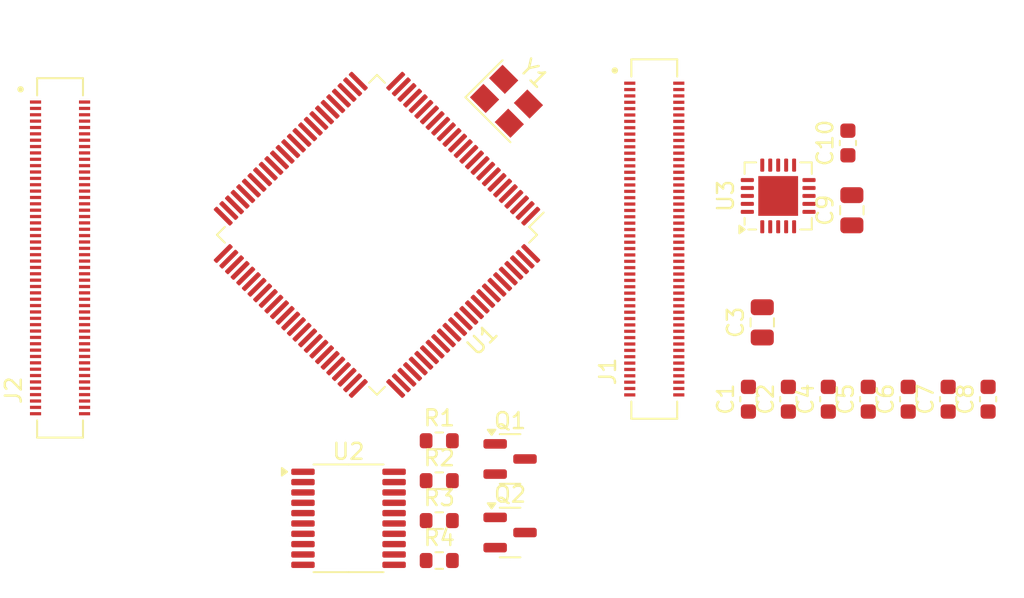
<source format=kicad_pcb>
(kicad_pcb (version 20240108) (generator "pcbnew") (generator_version "8.0")
  (layers (0 "F.Cu" signal) (1 "In1.Cu" signal) (2 "In2.Cu" signal) (31 "B.Cu" signal) (34 "B.Paste" user) (35 "F.Paste" user) (36 "B.SilkS" user "B.Silkscreen") (37 "F.SilkS" user "F.Silkscreen") (38 "B.Mask" user) (39 "F.Mask" user) (44 "Edge.Cuts" user))
  (net 0 "")
  (net 2 "/connectorLeft/USB_HOST_OUT_P-")
  (net 4 "GND")
  (net 5 "/atmega2560/MOSI")
  (net 6 "/connectorLeft/USB_HOST_OUT_P+")
  (net 12 "/atmega2560/SCK")
  (net 15 "/atmega2560/MISO")
  (net 27 "/connectorLeft/CAN_SILENT")
  (net 34 "/connectorLeft/CAN_OUT_RX1")
  (net 42 "/connectorLeft/USB_DP")
  (net 43 "/connectorLeft/USB_HOST_ENABLE")
  (net 44 "/connectorLeft/USB_DM")
  (net 47 "/connectorLeft/CAN_OUT_TX1")
  (net 52 "/connectorLeft/USB_HOST_FAULT")
  (net 54 "/connectorLeft/CAN_EN")
  (net 62 "Net-(U3-TXD)")
  (net 63 "Net-(U3-RXD)")
  (net 79 "+3V3")
  (net 80 "+5V")
  (net 81 "/connectorRight/MCU_VREF")
  (net 88 "Net-(Q1-B)")
  (net 89 "/usbBridge/RTS")
  (net 90 "Net-(Q2-B)")
  (net 91 "/usbBridge/DTR")
  (net 92 "/usbBridge/USB_BOOT")
  (net 93 "/atmega2560/DIGITAL_BUTTON_IN_3")
  (net 94 "/atmega2560/DIGITAL_RGB_R")
  (net 95 "/atmega2560/SPI_TFT_DC")
  (net 96 "/atmega2560/MCU_GPIO_12")
  (net 97 "/atmega2560/MCU_GPIO_3")
  (net 98 "/atmega2560/SPI_IRQ_NFC")
  (net 99 "/atmega2560/DIGITAL_BUTTON_IN_2")
  (net 100 "/atmega2560/MCU_GPIO_4")
  (net 101 "/atmega2560/MCU_GPIO_6")
  (net 102 "/atmega2560/SERIAL_OUT_RX1")
  (net 103 "/atmega2560/MCU_GPIO_20")
  (net 104 "/atmega2560/SD_CS")
  (net 105 "/atmega2560/DIGITAL_NEOPIXEL_OUT")
  (net 106 "/atmega2560/ANALOG_MICROPHONE")
  (net 107 "/atmega2560/DIGITAL_BUZZER_OUT")
  (net 108 "/atmega2560/I2C_INTERRUPT_KEYPAD")
  (net 109 "/atmega2560/MCU_GPIO_27")
  (net 110 "/atmega2560/MCU_GPIO_10")
  (net 111 "/atmega2560/SD_EN")
  (net 112 "/atmega2560/I2C_SDA")
  (net 113 "/atmega2560/MOTOR_PWM_OUT_2")
  (net 114 "/atmega2560/MCU_GPIO_13")
  (net 115 "/atmega2560/I2C_INTERRUPT_ACCEL")
  (net 116 "/atmega2560/ANALOG_POTENTIOMETER")
  (net 117 "/atmega2560/MCU_GPIO_2")
  (net 118 "/atmega2560/DIGITAL_BUTTON_IN_1")
  (net 119 "/atmega2560/SERIAL_OUT_TX1")
  (net 120 "/atmega2560/SERIAL_OUT_TX2")
  (net 121 "/atmega2560/MCU_GPIO_19")
  (net 122 "/atmega2560/MCU_GPIO_8")
  (net 123 "/atmega2560/SPI_CS_BREAKOUT")
  (net 124 "/atmega2560/MCU_GPIO_15")
  (net 125 "/atmega2560/MCU_GPIO_14")
  (net 126 "/atmega2560/ANALOG_BREAKOUT_PT100")
  (net 127 "/atmega2560/DIGITAL_BUTTON_IN_0")
  (net 128 "/atmega2560/MCU_GPIO_16")
  (net 129 "/atmega2560/DIGITAL_LED_OUT_2")
  (net 130 "/atmega2560/MCU_GPIO_17")
  (net 131 "/atmega2560/SPI_CS_SEVENSEG")
  (net 132 "/atmega2560/MCU_GPIO_26")
  (net 133 "/atmega2560/SD_DET")
  (net 134 "/atmega2560/DIGITAL_HEATER_OUT")
  (net 135 "/atmega2560/MCU_GPIO_9")
  (net 136 "/atmega2560/MCU_RESET")
  (net 137 "/atmega2560/MCU_GPIO_11")
  (net 138 "Net-(U1-XTAL2)")
  (net 139 "/atmega2560/DIGITAL_RGB_B")
  (net 140 "Net-(U1-XTAL1)")
  (net 141 "/atmega2560/DIGITAL_IR_RECEIVER")
  (net 142 "/atmega2560/SPI_CS_NFC")
  (net 143 "/atmega2560/MCU_GPIO_7")
  (net 144 "/atmega2560/ANALOG_PHOTOTRANSISTOR")
  (net 145 "/atmega2560/MCU_GPIO_21")
  (net 146 "/atmega2560/USB_TX")
  (net 147 "/atmega2560/DIGITAL_LED_OUT_1")
  (net 148 "/atmega2560/SPI_TFT_RESET")
  (net 149 "/atmega2560/DIGITAL_RGB_G")
  (net 150 "/atmega2560/ANALOG_BREAKOUT_PIEZO")
  (net 151 "/atmega2560/DIGITAL_LED_OUT_0")
  (net 152 "/atmega2560/MOTOR_CC_IN_1")
  (net 153 "/atmega2560/I2C_SCL")
  (net 154 "/atmega2560/SPI_CS_TFT")
  (net 155 "/atmega2560/MCU_GPIO_22")
  (net 156 "/atmega2560/MCU_GPIO_18")
  (net 157 "/atmega2560/SERIAL_OUT_RX2")
  (net 158 "/atmega2560/ANALOG_JOYSTICK_Y")
  (net 159 "/atmega2560/MCU_GPIO_5")
  (net 160 "/atmega2560/ANALOG_JOYSTICK_X")
  (net 161 "/atmega2560/MCU_GPIO_24")
  (net 162 "/atmega2560/MOTOR_CC_IN_2")
  (net 163 "/atmega2560/MCU_GPIO_23")
  (net 164 "/atmega2560/USB_RX")
  (net 165 "/atmega2560/DIGITAL_IR_EMITTER")
  (net 166 "/atmega2560/SPI_RST_NFC")
  (net 167 "/atmega2560/ANALOG_HEATER_TEMPERATURE")
  (net 168 "/atmega2560/MCU_GPIO_25")
  (net 169 "/atmega2560/MOTOR_PWM_OUT_1")
  (net 170 "+3.3V")
  (net 171 "/atmega2560/SD_DAT1")
  (net 172 "/atmega2560/SD_Enable")
  (net 173 "/atmega2560/SD_DAT0")
  (net 174 "/atmega2560/SD_DAT3")
  (net 175 "/atmega2560/SD_CLK")
  (net 176 "/atmega2560/SD_CMD")
  (net 177 "/atmega2560/SD_DAT2")
  (footprint "Package_TO_SOT_SMD:SOT-23" (layer "F.Cu") (at 125.275 91.77)
    (property "Reference" "Q2" (at 0 -2.4 0) (layer "F.SilkS"))
    (property "Value" "BC850")
    (pad "1" smd roundrect (at -0.9375 -0.95) (size 1.475 0.6) (layers "F.Cu" "F.Paste" "F.Mask") (net 90 "Net-(Q2-B)"))
    (pad "2" smd roundrect (at -0.9375 0.95) (size 1.475 0.6) (layers "F.Cu" "F.Paste" "F.Mask") (net 91 "/usbBridge/DTR"))
    (pad "3" smd roundrect (at 0.9375 0) (size 1.475 0.6) (layers "F.Cu" "F.Paste" "F.Mask") (net 92 "/usbBridge/USB_BOOT"))
  )
  (footprint "Capacitor_SMD:C_0603_1608Metric" (layer "F.Cu") (at 155.31 83.385 90)
    (property "Reference" "C8" (at 0 -1.43 90) (layer "F.SilkS"))
    (property "Value" "100nF")
    (pad "1" smd roundrect (at -0.775 0 90) (size 0.9 0.95) (layers "F.Cu" "F.Paste" "F.Mask") (net 80 "+5V"))
    (pad "2" smd roundrect (at 0.775 0 90) (size 0.9 0.95) (layers "F.Cu" "F.Paste" "F.Mask") (net 4 "GND"))
  )
  (footprint "Capacitor_SMD:C_0805_2012Metric" (layer "F.Cu") (at 146.75 71.505 90)
    (property "Reference" "C9" (at 0 -1.68 90) (layer "F.SilkS"))
    (property "Value" "10uF")
    (pad "1" smd roundrect (at -0.95 0 90) (size 1 1.45) (layers "F.Cu" "F.Paste" "F.Mask") (net 80 "+5V"))
    (pad "2" smd roundrect (at 0.95 0 90) (size 1 1.45) (layers "F.Cu" "F.Paste" "F.Mask") (net 4 "GND"))
  )
  (footprint "Package_QFP:TQFP-100_14x14mm_P0.5mm" (layer "F.Cu") (at 116.9125 73.05 -135)
    (property "Reference" "U1" (at 0 -9.349999 45) (layer "F.SilkS"))
    (property "Value" "ATmega2560-16A")
    (pad "1" smd roundrect (at -7.6625 -6 225) (size 1.475 0.3) (layers "F.Cu" "F.Paste" "F.Mask") (net 129 "/atmega2560/DIGITAL_LED_OUT_2"))
    (pad "2" smd roundrect (at -7.6625 -5.5 225) (size 1.475 0.3) (layers "F.Cu" "F.Paste" "F.Mask") (net 141 "/atmega2560/DIGITAL_IR_RECEIVER"))
    (pad "3" smd roundrect (at -7.6625 -5 225) (size 1.475 0.3) (layers "F.Cu" "F.Paste" "F.Mask") (net 165 "/atmega2560/DIGITAL_IR_EMITTER"))
    (pad "4" smd roundrect (at -7.6625 -4.5 225) (size 1.475 0.3) (layers "F.Cu" "F.Paste" "F.Mask"))
    (pad "5" smd roundrect (at -7.6625 -4 225) (size 1.475 0.3) (layers "F.Cu" "F.Paste" "F.Mask") (net 107 "/atmega2560/DIGITAL_BUZZER_OUT"))
    (pad "6" smd roundrect (at -7.6625 -3.5 225) (size 1.475 0.3) (layers "F.Cu" "F.Paste" "F.Mask") (net 134 "/atmega2560/DIGITAL_HEATER_OUT"))
    (pad "7" smd roundrect (at -7.6625 -3 225) (size 1.475 0.3) (layers "F.Cu" "F.Paste" "F.Mask") (net 115 "/atmega2560/I2C_INTERRUPT_ACCEL"))
    (pad "8" smd roundrect (at -7.6625 -2.5 225) (size 1.475 0.3) (layers "F.Cu" "F.Paste" "F.Mask") (net 108 "/atmega2560/I2C_INTERRUPT_KEYPAD"))
    (pad "9" smd roundrect (at -7.6625 -2 225) (size 1.475 0.3) (layers "F.Cu" "F.Paste" "F.Mask") (net 98 "/atmega2560/SPI_IRQ_NFC"))
    (pad "10" smd roundrect (at -7.6625 -1.5 225) (size 1.475 0.3) (layers "F.Cu" "F.Paste" "F.Mask") (net 80 "+5V"))
    (pad "11" smd roundrect (at -7.6625 -1 225) (size 1.475 0.3) (layers "F.Cu" "F.Paste" "F.Mask") (net 4 "GND"))
    (pad "12" smd roundrect (at -7.6625 -0.5 225) (size 1.475 0.3) (layers "F.Cu" "F.Paste" "F.Mask") (net 102 "/atmega2560/SERIAL_OUT_RX1"))
    (pad "13" smd roundrect (at -7.6625 0 225) (size 1.475 0.3) (layers "F.Cu" "F.Paste" "F.Mask") (net 119 "/atmega2560/SERIAL_OUT_TX1"))
    (pad "14" smd roundrect (at -7.6625 0.5 225) (size 1.475 0.3) (layers "F.Cu" "F.Paste" "F.Mask"))
    (pad "15" smd roundrect (at -7.6625 1 225) (size 1.475 0.3) (layers "F.Cu" "F.Paste" "F.Mask") (net 169 "/atmega2560/MOTOR_PWM_OUT_1"))
    (pad "16" smd roundrect (at -7.6625 1.5 225) (size 1.475 0.3) (layers "F.Cu" "F.Paste" "F.Mask") (net 113 "/atmega2560/MOTOR_PWM_OUT_2"))
    (pad "17" smd roundrect (at -7.6625 2 225) (size 1.475 0.3) (layers "F.Cu" "F.Paste" "F.Mask") (net 151 "/atmega2560/DIGITAL_LED_OUT_0"))
    (pad "18" smd roundrect (at -7.6625 2.5 225) (size 1.475 0.3) (layers "F.Cu" "F.Paste" "F.Mask") (net 147 "/atmega2560/DIGITAL_LED_OUT_1"))
    (pad "19" smd roundrect (at -7.6625 3 225) (size 1.475 0.3) (layers "F.Cu" "F.Paste" "F.Mask") (net 123 "/atmega2560/SPI_CS_BREAKOUT"))
    (pad "20" smd roundrect (at -7.6625 3.5 225) (size 1.475 0.3) (layers "F.Cu" "F.Paste" "F.Mask") (net 12 "/atmega2560/SCK"))
    (pad "21" smd roundrect (at -7.6625 4 225) (size 1.475 0.3) (layers "F.Cu" "F.Paste" "F.Mask") (net 5 "/atmega2560/MOSI"))
    (pad "22" smd roundrect (at -7.6625 4.5 225) (size 1.475 0.3) (layers "F.Cu" "F.Paste" "F.Mask") (net 15 "/atmega2560/MISO"))
    (pad "23" smd roundrect (at -7.6625 5 225) (size 1.475 0.3) (layers "F.Cu" "F.Paste" "F.Mask") (net 105 "/atmega2560/DIGITAL_NEOPIXEL_OUT"))
    (pad "24" smd roundrect (at -7.6625 5.5 225) (size 1.475 0.3) (layers "F.Cu" "F.Paste" "F.Mask") (net 94 "/atmega2560/DIGITAL_RGB_R"))
    (pad "25" smd roundrect (at -7.6625 6 225) (size 1.475 0.3) (layers "F.Cu" "F.Paste" "F.Mask") (net 149 "/atmega2560/DIGITAL_RGB_G"))
    (pad "26" smd roundrect (at -6 7.6625 225) (size 0.3 1.475) (layers "F.Cu" "F.Paste" "F.Mask") (net 139 "/atmega2560/DIGITAL_RGB_B"))
    (pad "27" smd roundrect (at -5.5 7.6625 225) (size 0.3 1.475) (layers "F.Cu" "F.Paste" "F.Mask"))
    (pad "28" smd roundrect (at -5 7.6625 225) (size 0.3 1.475) (layers "F.Cu" "F.Paste" "F.Mask") (net 152 "/atmega2560/MOTOR_CC_IN_1"))
    (pad "29" smd roundrect (at -4.5 7.6625 225) (size 0.3 1.475) (layers "F.Cu" "F.Paste" "F.Mask") (net 162 "/atmega2560/MOTOR_CC_IN_2"))
    (pad "30" smd roundrect (at -4 7.6625 225) (size 0.3 1.475) (layers "F.Cu" "F.Paste" "F.Mask") (net 136 "/atmega2560/MCU_RESET"))
    (pad "31" smd roundrect (at -3.5 7.6625 225) (size 0.3 1.475) (layers "F.Cu" "F.Paste" "F.Mask") (net 80 "+5V"))
    (pad "32" smd roundrect (at -3 7.6625 225) (size 0.3 1.475) (layers "F.Cu" "F.Paste" "F.Mask") (net 4 "GND"))
    (pad "33" smd roundrect (at -2.5 7.6625 225) (size 0.3 1.475) (layers "F.Cu" "F.Paste" "F.Mask") (net 138 "Net-(U1-XTAL2)"))
    (pad "34" smd roundrect (at -2 7.6625 225) (size 0.3 1.475) (layers "F.Cu" "F.Paste" "F.Mask") (net 140 "Net-(U1-XTAL1)"))
    (pad "35" smd roundrect (at -1.5 7.6625 225) (size 0.3 1.475) (layers "F.Cu" "F.Paste" "F.Mask") (net 117 "/atmega2560/MCU_GPIO_2"))
    (pad "36" smd roundrect (at -1 7.6625 225) (size 0.3 1.475) (layers "F.Cu" "F.Paste" "F.Mask") (net 97 "/atmega2560/MCU_GPIO_3"))
    (pad "37" smd roundrect (at -0.5 7.6625 225) (size 0.3 1.475) (layers "F.Cu" "F.Paste" "F.Mask") (net 100 "/atmega2560/MCU_GPIO_4"))
    (pad "38" smd roundrect (at 0 7.6625 225) (size 0.3 1.475) (layers "F.Cu" "F.Paste" "F.Mask") (net 159 "/atmega2560/MCU_GPIO_5"))
    (pad "39" smd roundrect (at 0.5 7.6625 225) (size 0.3 1.475) (layers "F.Cu" "F.Paste" "F.Mask") (net 101 "/atmega2560/MCU_GPIO_6"))
    (pad "40" smd roundrect (at 1 7.6625 225) (size 0.3 1.475) (layers "F.Cu" "F.Paste" "F.Mask") (net 143 "/atmega2560/MCU_GPIO_7"))
    (pad "41" smd roundrect (at 1.5 7.6625 225) (size 0.3 1.475) (layers "F.Cu" "F.Paste" "F.Mask") (net 122 "/atmega2560/MCU_GPIO_8"))
    (pad "42" smd roundrect (at 2 7.6625 225) (size 0.3 1.475) (layers "F.Cu" "F.Paste" "F.Mask") (net 135 "/atmega2560/MCU_GPIO_9"))
    (pad "43" smd roundrect (at 2.5 7.6625 225) (size 0.3 1.475) (layers "F.Cu" "F.Paste" "F.Mask") (net 153 "/atmega2560/I2C_SCL"))
    (pad "44" smd roundrect (at 3 7.6625 225) (size 0.3 1.475) (layers "F.Cu" "F.Paste" "F.Mask") (net 112 "/atmega2560/I2C_SDA"))
    (pad "45" smd roundrect (at 3.5 7.6625 225) (size 0.3 1.475) (layers "F.Cu" "F.Paste" "F.Mask") (net 164 "/atmega2560/USB_RX"))
    (pad "46" smd roundrect (at 4 7.6625 225) (size 0.3 1.475) (layers "F.Cu" "F.Paste" "F.Mask") (net 146 "/atmega2560/USB_TX"))
    (pad "47" smd roundrect (at 4.5 7.6625 225) (size 0.3 1.475) (layers "F.Cu" "F.Paste" "F.Mask") (net 127 "/atmega2560/DIGITAL_BUTTON_IN_0"))
    (pad "48" smd roundrect (at 5 7.6625 225) (size 0.3 1.475) (layers "F.Cu" "F.Paste" "F.Mask") (net 118 "/atmega2560/DIGITAL_BUTTON_IN_1"))
    (pad "49" smd roundrect (at 5.5 7.6625 225) (size 0.3 1.475) (layers "F.Cu" "F.Paste" "F.Mask") (net 99 "/atmega2560/DIGITAL_BUTTON_IN_2"))
    (pad "50" smd roundrect (at 6 7.6625 225) (size 0.3 1.475) (layers "F.Cu" "F.Paste" "F.Mask") (net 93 "/atmega2560/DIGITAL_BUTTON_IN_3"))
    (pad "51" smd roundrect (at 7.6625 6 225) (size 1.475 0.3) (layers "F.Cu" "F.Paste" "F.Mask"))
    (pad "52" smd roundrect (at 7.6625 5.5 225) (size 1.475 0.3) (layers "F.Cu" "F.Paste" "F.Mask"))
    (pad "53" smd roundrect (at 7.6625 5 225) (size 1.475 0.3) (layers "F.Cu" "F.Paste" "F.Mask") (net 131 "/atmega2560/SPI_CS_SEVENSEG"))
    (pad "54" smd roundrect (at 7.6625 4.5 225) (size 1.475 0.3) (layers "F.Cu" "F.Paste" "F.Mask") (net 154 "/atmega2560/SPI_CS_TFT"))
    (pad "55" smd roundrect (at 7.6625 4 225) (size 1.475 0.3) (layers "F.Cu" "F.Paste" "F.Mask") (net 95 "/atmega2560/SPI_TFT_DC"))
    (pad "56" smd roundrect (at 7.6625 3.5 225) (size 1.475 0.3) (layers "F.Cu" "F.Paste" "F.Mask") (net 148 "/atmega2560/SPI_TFT_RESET"))
    (pad "57" smd roundrect (at 7.6625 3 225) (size 1.475 0.3) (layers "F.Cu" "F.Paste" "F.Mask") (net 142 "/atmega2560/SPI_CS_NFC"))
    (pad "58" smd roundrect (at 7.6625 2.5 225) (size 1.475 0.3) (layers "F.Cu" "F.Paste" "F.Mask") (net 166 "/atmega2560/SPI_RST_NFC"))
    (pad "59" smd roundrect (at 7.6625 2 225) (size 1.475 0.3) (layers "F.Cu" "F.Paste" "F.Mask") (net 104 "/atmega2560/SD_CS"))
    (pad "60" smd roundrect (at 7.6625 1.5 225) (size 1.475 0.3) (layers "F.Cu" "F.Paste" "F.Mask") (net 111 "/atmega2560/SD_EN"))
    (pad "61" smd roundrect (at 7.6625 1 225) (size 1.475 0.3) (layers "F.Cu" "F.Paste" "F.Mask") (net 80 "+5V"))
    (pad "62" smd roundrect (at 7.6625 0.5 225) (size 1.475 0.3) (layers "F.Cu" "F.Paste" "F.Mask") (net 4 "GND"))
    (pad "63" smd roundrect (at 7.6625 0 225) (size 1.475 0.3) (layers "F.Cu" "F.Paste" "F.Mask") (net 157 "/atmega2560/SERIAL_OUT_RX2"))
    (pad "64" smd roundrect (at 7.6625 -0.5 225) (size 1.475 0.3) (layers "F.Cu" "F.Paste" "F.Mask") (net 120 "/atmega2560/SERIAL_OUT_TX2"))
    (pad "65" smd roundrect (at 7.6625 -1 225) (size 1.475 0.3) (layers "F.Cu" "F.Paste" "F.Mask") (net 133 "/atmega2560/SD_DET"))
    (pad "66" smd roundrect (at 7.6625 -1.5 225) (size 1.475 0.3) (layers "F.Cu" "F.Paste" "F.Mask"))
    (pad "67" smd roundrect (at 7.6625 -2 225) (size 1.475 0.3) (layers "F.Cu" "F.Paste" "F.Mask"))
    (pad "68" smd roundrect (at 7.6625 -2.5 225) (size 1.475 0.3) (layers "F.Cu" "F.Paste" "F.Mask"))
    (pad "69" smd roundrect (at 7.6625 -3 225) (size 1.475 0.3) (layers "F.Cu" "F.Paste" "F.Mask") (net 121 "/atmega2560/MCU_GPIO_19"))
    (pad "70" smd roundrect (at 7.6625 -3.5 225) (size 1.475 0.3) (layers "F.Cu" "F.Paste" "F.Mask"))
    (pad "71" smd roundrect (at 7.6625 -4 225) (size 1.475 0.3) (layers "F.Cu" "F.Paste" "F.Mask") (net 110 "/atmega2560/MCU_GPIO_10"))
    (pad "72" smd roundrect (at 7.6625 -4.5 225) (size 1.475 0.3) (layers "F.Cu" "F.Paste" "F.Mask") (net 137 "/atmega2560/MCU_GPIO_11"))
    (pad "73" smd roundrect (at 7.6625 -5 225) (size 1.475 0.3) (layers "F.Cu" "F.Paste" "F.Mask") (net 96 "/atmega2560/MCU_GPIO_12"))
    (pad "74" smd roundrect (at 7.6625 -5.5 225) (size 1.475 0.3) (layers "F.Cu" "F.Paste" "F.Mask") (net 114 "/atmega2560/MCU_GPIO_13"))
    (pad "75" smd roundrect (at 7.6625 -6 225) (size 1.475 0.3) (layers "F.Cu" "F.Paste" "F.Mask") (net 125 "/atmega2560/MCU_GPIO_14"))
    (pad "76" smd roundrect (at 6 -7.6625 225) (size 0.3 1.475) (layers "F.Cu" "F.Paste" "F.Mask") (net 124 "/atmega2560/MCU_GPIO_15"))
    (pad "77" smd roundrect (at 5.5 -7.6625 225) (size 0.3 1.475) (layers "F.Cu" "F.Paste" "F.Mask") (net 128 "/atmega2560/MCU_GPIO_16"))
    (pad "78" smd roundrect (at 5 -7.6625 225) (size 0.3 1.475) (layers "F.Cu" "F.Paste" "F.Mask") (net 130 "/atmega2560/MCU_GPIO_17"))
    (pad "79" smd roundrect (at 4.5 -7.6625 225) (size 0.3 1.475) (layers "F.Cu" "F.Paste" "F.Mask") (net 156 "/atmega2560/MCU_GPIO_18"))
    (pad "80" smd roundrect (at 4 -7.6625 225) (size 0.3 1.475) (layers "F.Cu" "F.Paste" "F.Mask") (net 80 "+5V"))
    (pad "81" smd roundrect (at 3.5 -7.6625 225) (size 0.3 1.475) (layers "F.Cu" "F.Paste" "F.Mask") (net 4 "GND"))
    (pad "82" smd roundrect (at 3 -7.6625 225) (size 0.3 1.475) (layers "F.Cu" "F.Paste" "F.Mask") (net 103 "/atmega2560/MCU_GPIO_20"))
    (pad "83" smd roundrect (at 2.5 -7.6625 225) (size 0.3 1.475) (layers "F.Cu" "F.Paste" "F.Mask") (net 145 "/atmega2560/MCU_GPIO_21"))
    (pad "84" smd roundrect (at 2 -7.6625 225) (size 0.3 1.475) (layers "F.Cu" "F.Paste" "F.Mask") (net 155 "/atmega2560/MCU_GPIO_22"))
    (pad "85" smd roundrect (at 1.5 -7.6625 225) (size 0.3 1.475) (layers "F.Cu" "F.Paste" "F.Mask") (net 163 "/atmega2560/MCU_GPIO_23"))
    (pad "86" smd roundrect (at 1 -7.6625 225) (size 0.3 1.475) (layers "F.Cu" "F.Paste" "F.Mask") (net 161 "/atmega2560/MCU_GPIO_24"))
    (pad "87" smd roundrect (at 0.5 -7.6625 225) (size 0.3 1.475) (layers "F.Cu" "F.Paste" "F.Mask") (net 168 "/atmega2560/MCU_GPIO_25"))
    (pad "88" smd roundrect (at 0 -7.6625 225) (size 0.3 1.475) (layers "F.Cu" "F.Paste" "F.Mask") (net 132 "/atmega2560/MCU_GPIO_26"))
    (pad "89" smd roundrect (at -0.5 -7.6625 225) (size 0.3 1.475) (layers "F.Cu" "F.Paste" "F.Mask") (net 109 "/atmega2560/MCU_GPIO_27"))
    (pad "90" smd roundrect (at -1 -7.6625 225) (size 0.3 1.475) (layers "F.Cu" "F.Paste" "F.Mask") (net 150 "/atmega2560/ANALOG_BREAKOUT_PIEZO"))
    (pad "91" smd roundrect (at -1.5 -7.6625 225) (size 0.3 1.475) (layers "F.Cu" "F.Paste" "F.Mask") (net 126 "/atmega2560/ANALOG_BREAKOUT_PT100"))
    (pad "92" smd roundrect (at -2 -7.6625 225) (size 0.3 1.475) (layers "F.Cu" "F.Paste" "F.Mask") (net 106 "/atmega2560/ANALOG_MICROPHONE"))
    (pad "93" smd roundrect (at -2.5 -7.6625 225) (size 0.3 1.475) (layers "F.Cu" "F.Paste" "F.Mask") (net 158 "/atmega2560/ANALOG_JOYSTICK_Y"))
    (pad "94" smd roundrect (at -3 -7.6625 225) (size 0.3 1.475) (layers "F.Cu" "F.Paste" "F.Mask") (net 160 "/atmega2560/ANALOG_JOYSTICK_X"))
    (pad "95" smd roundrect (at -3.5 -7.6625 225) (size 0.3 1.475) (layers "F.Cu" "F.Paste" "F.Mask") (net 144 "/atmega2560/ANALOG_PHOTOTRANSISTOR"))
    (pad "96" smd roundrect (at -4 -7.6625 225) (size 0.3 1.475) (layers "F.Cu" "F.Paste" "F.Mask") (net 167 "/atmega2560/ANALOG_HEATER_TEMPERATURE"))
    (pad "97" smd roundrect (at -4.5 -7.6625 225) (size 0.3 1.475) (layers "F.Cu" "F.Paste" "F.Mask") (net 116 "/atmega2560/ANALOG_POTENTIOMETER"))
    (pad "98" smd roundrect (at -5 -7.6625 225) (size 0.3 1.475) (layers "F.Cu" "F.Paste" "F.Mask"))
    (pad "99" smd roundrect (at -5.5 -7.6625 225) (size 0.3 1.475) (layers "F.Cu" "F.Paste" "F.Mask") (net 4 "GND"))
    (pad "100" smd roundrect (at -6 -7.6625 225) (size 0.3 1.475) (layers "F.Cu" "F.Paste" "F.Mask") (net 80 "+5V"))
  )
  (footprint "Capacitor_SMD:C_0603_1608Metric" (layer "F.Cu") (at 146.5 67.275 90)
    (property "Reference" "C10" (at 0 -1.43 90) (layer "F.SilkS"))
    (property "Value" "100nF")
    (pad "1" smd roundrect (at -0.775 0 90) (size 0.9 0.95) (layers "F.Cu" "F.Paste" "F.Mask") (net 80 "+5V"))
    (pad "2" smd roundrect (at 0.775 0 90) (size 0.9 0.95) (layers "F.Cu" "F.Paste" "F.Mask") (net 4 "GND"))
  )
  (footprint "Capacitor_SMD:C_0603_1608Metric" (layer "F.Cu") (at 152.8 83.385 90)
    (property "Reference" "C7" (at 0 -1.43 90) (layer "F.SilkS"))
    (property "Value" "100nF")
    (pad "1" smd roundrect (at -0.775 0 90) (size 0.9 0.95) (layers "F.Cu" "F.Paste" "F.Mask") (net 80 "+5V"))
    (pad "2" smd roundrect (at 0.775 0 90) (size 0.9 0.95) (layers "F.Cu" "F.Paste" "F.Mask") (net 4 "GND"))
  )
  (footprint "DF40C:HIROSE_DF40C-100DS-0.4V_51_" (layer "F.Cu") (at 97 74.5 90)
    (property "Reference" "J2" (at -8.325 -2.925 90) (layer "F.SilkS"))
    (property "Value" "DF40C-100DS-0.4V(51)")
    (pad "1" smd rect (at 9.8 -1.54 90) (size 0.2 0.7) (layers "F.Cu" "F.Mask") (net 4 "GND"))
    (pad "2" smd rect (at 9.8 1.54 90) (size 0.2 0.7) (layers "F.Cu" "F.Mask") (net 4 "GND"))
    (pad "3" smd rect (at 9.4 -1.54 90) (size 0.2 0.7) (layers "F.Cu" "F.Mask"))
    (pad "4" smd rect (at 9.4 1.54 90) (size 0.2 0.7) (layers "F.Cu" "F.Mask"))
    (pad "5" smd rect (at 9 -1.54 90) (size 0.2 0.7) (layers "F.Cu" "F.Mask"))
    (pad "6" smd rect (at 9 1.54 90) (size 0.2 0.7) (layers "F.Cu" "F.Mask"))
    (pad "7" smd rect (at 8.6 -1.54 90) (size 0.2 0.7) (layers "F.Cu" "F.Mask") (net 4 "GND"))
    (pad "8" smd rect (at 8.6 1.54 90) (size 0.2 0.7) (layers "F.Cu" "F.Mask") (net 4 "GND"))
    (pad "9" smd rect (at 8.2 -1.54 90) (size 0.2 0.7) (layers "F.Cu" "F.Mask"))
    (pad "10" smd rect (at 8.2 1.54 90) (size 0.2 0.7) (layers "F.Cu" "F.Mask"))
    (pad "11" smd rect (at 7.8 -1.54 90) (size 0.2 0.7) (layers "F.Cu" "F.Mask"))
    (pad "12" smd rect (at 7.8 1.54 90) (size 0.2 0.7) (layers "F.Cu" "F.Mask"))
    (pad "13" smd rect (at 7.4 -1.54 90) (size 0.2 0.7) (layers "F.Cu" "F.Mask") (net 4 "GND"))
    (pad "14" smd rect (at 7.4 1.54 90) (size 0.2 0.7) (layers "F.Cu" "F.Mask") (net 4 "GND"))
    (pad "15" smd rect (at 7 -1.54 90) (size 0.2 0.7) (layers "F.Cu" "F.Mask"))
    (pad "16" smd rect (at 7 1.54 90) (size 0.2 0.7) (layers "F.Cu" "F.Mask"))
    (pad "17" smd rect (at 6.6 -1.54 90) (size 0.2 0.7) (layers "F.Cu" "F.Mask"))
    (pad "18" smd rect (at 6.6 1.54 90) (size 0.2 0.7) (layers "F.Cu" "F.Mask"))
    (pad "19" smd rect (at 6.2 -1.54 90) (size 0.2 0.7) (layers "F.Cu" "F.Mask"))
    (pad "20" smd rect (at 6.2 1.54 90) (size 0.2 0.7) (layers "F.Cu" "F.Mask"))
    (pad "21" smd rect (at 5.8 -1.54 90) (size 0.2 0.7) (layers "F.Cu" "F.Mask"))
    (pad "22" smd rect (at 5.8 1.54 90) (size 0.2 0.7) (layers "F.Cu" "F.Mask") (net 4 "GND"))
    (pad "23" smd rect (at 5.4 -1.54 90) (size 0.2 0.7) (layers "F.Cu" "F.Mask") (net 4 "GND"))
    (pad "24" smd rect (at 5.4 1.54 90) (size 0.2 0.7) (layers "F.Cu" "F.Mask") (net 132 "/atmega2560/MCU_GPIO_26"))
    (pad "25" smd rect (at 5 -1.54 90) (size 0.2 0.7) (layers "F.Cu" "F.Mask") (net 145 "/atmega2560/MCU_GPIO_21"))
    (pad "26" smd rect (at 5 1.54 90) (size 0.2 0.7) (layers "F.Cu" "F.Mask") (net 121 "/atmega2560/MCU_GPIO_19"))
    (pad "27" smd rect (at 4.6 -1.54 90) (size 0.2 0.7) (layers "F.Cu" "F.Mask") (net 103 "/atmega2560/MCU_GPIO_20"))
    (pad "28" smd rect (at 4.6 1.54 90) (size 0.2 0.7) (layers "F.Cu" "F.Mask") (net 114 "/atmega2560/MCU_GPIO_13"))
    (pad "29" smd rect (at 4.2 -1.54 90) (size 0.2 0.7) (layers "F.Cu" "F.Mask") (net 128 "/atmega2560/MCU_GPIO_16"))
    (pad "30" smd rect (at 4.2 1.54 90) (size 0.2 0.7) (layers "F.Cu" "F.Mask") (net 101 "/atmega2560/MCU_GPIO_6"))
    (pad "31" smd rect (at 3.8 -1.54 90) (size 0.2 0.7) (layers "F.Cu" "F.Mask") (net 96 "/atmega2560/MCU_GPIO_12"))
    (pad "32" smd rect (at 3.8 1.54 90) (size 0.2 0.7) (layers "F.Cu" "F.Mask") (net 4 "GND"))
    (pad "33" smd rect (at 3.4 -1.54 90) (size 0.2 0.7) (layers "F.Cu" "F.Mask") (net 4 "GND"))
    (pad "34" smd rect (at 3.4 1.54 90) (size 0.2 0.7) (layers "F.Cu" "F.Mask") (net 159 "/atmega2560/MCU_GPIO_5"))
    (pad "35" smd rect (at 3 -1.54 90) (size 0.2 0.7) (layers "F.Cu" "F.Mask"))
    (pad "36" smd rect (at 3 1.54 90) (size 0.2 0.7) (layers "F.Cu" "F.Mask"))
    (pad "37" smd rect (at 2.6 -1.54 90) (size 0.2 0.7) (layers "F.Cu" "F.Mask") (net 143 "/atmega2560/MCU_GPIO_7"))
    (pad "38" smd rect (at 2.6 1.54 90) (size 0.2 0.7) (layers "F.Cu" "F.Mask") (net 137 "/atmega2560/MCU_GPIO_11"))
    (pad "39" smd rect (at 2.2 -1.54 90) (size 0.2 0.7) (layers "F.Cu" "F.Mask") (net 122 "/atmega2560/MCU_GPIO_8"))
    (pad "40" smd rect (at 2.2 1.54 90) (size 0.2 0.7) (layers "F.Cu" "F.Mask") (net 135 "/atmega2560/MCU_GPIO_9"))
    (pad "41" smd rect (at 1.8 -1.54 90) (size 0.2 0.7) (layers "F.Cu" "F.Mask") (net 168 "/atmega2560/MCU_GPIO_25"))
    (pad "42" smd rect (at 1.8 1.54 90) (size 0.2 0.7) (layers "F.Cu" "F.Mask") (net 4 "GND"))
    (pad "43" smd rect (at 1.4 -1.54 90) (size 0.2 0.7) (layers "F.Cu" "F.Mask") (net 4 "GND"))
    (pad "44" smd rect (at 1.4 1.54 90) (size 0.2 0.7) (layers "F.Cu" "F.Mask") (net 110 "/atmega2560/MCU_GPIO_10"))
    (pad "45" smd rect (at 1 -1.54 90) (size 0.2 0.7) (layers "F.Cu" "F.Mask") (net 161 "/atmega2560/MCU_GPIO_24"))
    (pad "46" smd rect (at 1 1.54 90) (size 0.2 0.7) (layers "F.Cu" "F.Mask") (net 155 "/atmega2560/MCU_GPIO_22"))
    (pad "47" smd rect (at 0.6 -1.54 90) (size 0.2 0.7) (layers "F.Cu" "F.Mask") (net 163 "/atmega2560/MCU_GPIO_23"))
    (pad "48" smd rect (at 0.6 1.54 90) (size 0.2 0.7) (layers "F.Cu" "F.Mask") (net 109 "/atmega2560/MCU_GPIO_27"))
    (pad "49" smd rect (at 0.2 -1.54 90) (size 0.2 0.7) (layers "F.Cu" "F.Mask") (net 156 "/atmega2560/MCU_GPIO_18"))
    (pad "50" smd rect (at 0.2 1.54 90) (size 0.2 0.7) (layers "F.Cu" "F.Mask") (net 130 "/atmega2560/MCU_GPIO_17"))
    (pad "51" smd rect (at -0.2 -1.54 90) (size 0.2 0.7) (layers "F.Cu" "F.Mask") (net 124 "/atmega2560/MCU_GPIO_15"))
    (pad "52" smd rect (at -0.2 1.54 90) (size 0.2 0.7) (layers "F.Cu" "F.Mask") (net 4 "GND"))
    (pad "53" smd rect (at -0.6 -1.54 90) (size 0.2 0.7) (layers "F.Cu" "F.Mask") (net 4 "GND"))
    (pad "54" smd rect (at -0.6 1.54 90) (size 0.2 0.7) (layers "F.Cu" "F.Mask") (net 100 "/atmega2560/MCU_GPIO_4"))
    (pad "55" smd rect (at -1 -1.54 90) (size 0.2 0.7) (layers "F.Cu" "F.Mask") (net 125 "/atmega2560/MCU_GPIO_14"))
    (pad "56" smd rect (at -1 1.54 90) (size 0.2 0.7) (layers "F.Cu" "F.Mask") (net 97 "/atmega2560/MCU_GPIO_3"))
    (pad "57" smd rect (at -1.4 -1.54 90) (size 0.2 0.7) (layers "F.Cu" "F.Mask") (net 175 "/atmega2560/SD_CLK"))
    (pad "58" smd rect (at -1.4 1.54 90) (size 0.2 0.7) (layers "F.Cu" "F.Mask") (net 117 "/atmega2560/MCU_GPIO_2"))
    (pad "59" smd rect (at -1.8 -1.54 90) (size 0.2 0.7) (layers "F.Cu" "F.Mask") (net 4 "GND"))
    (pad "60" smd rect (at -1.8 1.54 90) (size 0.2 0.7) (layers "F.Cu" "F.Mask") (net 4 "GND"))
    (pad "61" smd rect (at -2.2 -1.54 90) (size 0.2 0.7) (layers "F.Cu" "F.Mask") (net 174 "/atmega2560/SD_DAT3"))
    (pad "62" smd rect (at -2.2 1.54 90) (size 0.2 0.7) (layers "F.Cu" "F.Mask") (net 176 "/atmega2560/SD_CMD"))
    (pad "63" smd rect (at -2.6 -1.54 90) (size 0.2 0.7) (layers "F.Cu" "F.Mask") (net 171 "/atmega2560/SD_DAT1"))
    (pad "64" smd rect (at -2.6 1.54 90) (size 0.2 0.7) (layers "F.Cu" "F.Mask"))
    (pad "65" smd rect (at -3 -1.54 90) (size 0.2 0.7) (layers "F.Cu" "F.Mask") (net 4 "GND"))
    (pad "66" smd rect (at -3 1.54 90) (size 0.2 0.7) (layers "F.Cu" "F.Mask") (net 4 "GND"))
    (pad "67" smd rect (at -3.4 -1.54 90) (size 0.2 0.7) (layers "F.Cu" "F.Mask") (net 173 "/atmega2560/SD_DAT0"))
    (pad "68" smd rect (at -3.4 1.54 90) (size 0.2 0.7) (layers "F.Cu" "F.Mask"))
    (pad "69" smd rect (at -3.8 -1.54 90) (size 0.2 0.7) (layers "F.Cu" "F.Mask") (net 177 "/atmega2560/SD_DAT2"))
    (pad "70" smd rect (at -3.8 1.54 90) (size 0.2 0.7) (layers "F.Cu" "F.Mask"))
    (pad "71" smd rect (at -4.2 -1.54 90) (size 0.2 0.7) (layers "F.Cu" "F.Mask") (net 4 "GND"))
    (pad "72" smd rect (at -4.2 1.54 90) (size 0.2 0.7) (layers "F.Cu" "F.Mask"))
    (pad "73" smd rect (at -4.6 -1.54 90) (size 0.2 0.7) (layers "F.Cu" "F.Mask"))
    (pad "74" smd rect (at -4.6 1.54 90) (size 0.2 0.7) (layers "F.Cu" "F.Mask") (net 4 "GND"))
    (pad "75" smd rect (at -5 -1.54 90) (size 0.2 0.7) (layers "F.Cu" "F.Mask") (net 172 "/atmega2560/SD_Enable"))
    (pad "76" smd rect (at -5 1.54 90) (size 0.2 0.7) (layers "F.Cu" "F.Mask") (net 133 "/atmega2560/SD_DET"))
    (pad "77" smd rect (at -5.4 -1.54 90) (size 0.2 0.7) (layers "F.Cu" "F.Mask") (net 80 "+5V"))
    (pad "78" smd rect (at -5.4 1.54 90) (size 0.2 0.7) (layers "F.Cu" "F.Mask") (net 81 "/connectorRight/MCU_VREF"))
    (pad "79" smd rect (at -5.8 -1.54 90) (size 0.2 0.7) (layers "F.Cu" "F.Mask") (net 80 "+5V"))
    (pad "80" smd rect (at -5.8 1.54 90) (size 0.2 0.7) (layers "F.Cu" "F.Mask"))
    (pad "81" smd rect (at -6.2 -1.54 90) (size 0.2 0.7) (layers "F.Cu" "F.Mask") (net 80 "+5V"))
    (pad "82" smd rect (at -6.2 1.54 90) (size 0.2 0.7) (layers "F.Cu" "F.Mask"))
    (pad "83" smd rect (at -6.6 -1.54 90) (size 0.2 0.7) (layers "F.Cu" "F.Mask") (net 80 "+5V"))
    (pad "84" smd rect (at -6.6 1.54 90) (size 0.2 0.7) (layers "F.Cu" "F.Mask") (net 79 "+3V3"))
    (pad "85" smd rect (at -7 -1.54 90) (size 0.2 0.7) (layers "F.Cu" "F.Mask") (net 80 "+5V"))
    (pad "86" smd rect (at -7 1.54 90) (size 0.2 0.7) (layers "F.Cu" "F.Mask") (net 79 "+3V3"))
    (pad "87" smd rect (at -7.4 -1.54 90) (size 0.2 0.7) (layers "F.Cu" "F.Mask") (net 80 "+5V"))
    (pad "88" smd rect (at -7.4 1.54 90) (size 0.2 0.7) (layers "F.Cu" "F.Mask") (net 79 "+3V3"))
    (pad "89" smd rect (at -7.8 -1.54 90) (size 0.2 0.7) (layers "F.Cu" "F.Mask"))
    (pad "90" smd rect (at -7.8 1.54 90) (size 0.2 0.7) (layers "F.Cu" "F.Mask") (net 79 "+3V3"))
    (pad "91" smd rect (at -8.2 -1.54 90) (size 0.2 0.7) (layers "F.Cu" "F.Mask"))
    (pad "92" smd rect (at -8.2 1.54 90) (size 0.2 0.7) (layers "F.Cu" "F.Mask"))
    (pad "93" smd rect (at -8.6 -1.54 90) (size 0.2 0.7) (layers "F.Cu" "F.Mask"))
    (pad "94" smd rect (at -8.6 1.54 90) (size 0.2 0.7) (layers "F.Cu" "F.Mask"))
    (pad "95" smd rect (at -9 -1.54 90) (size 0.2 0.7) (layers "F.Cu" "F.Mask"))
    (pad "96" smd rect (at -9 1.54 90) (size 0.2 0.7) (layers "F.Cu" "F.Mask"))
    (pad "97" smd rect (at -9.4 -1.54 90) (size 0.2 0.7) (layers "F.Cu" "F.Mask"))
    (pad "98" smd rect (at -9.4 1.54 90) (size 0.2 0.7) (layers "F.Cu" "F.Mask") (net 4 "GND"))
    (pad "99" smd rect (at -9.8 -1.54 90) (size 0.2 0.7) (layers "F.Cu" "F.Mask"))
    (pad "100" smd rect (at -9.8 1.54 90) (size 0.2 0.7) (layers "F.Cu" "F.Mask") (net 136 "/atmega2560/MCU_RESET"))
  )
  (footprint "Capacitor_SMD:C_0805_2012Metric" (layer "F.Cu") (at 141.12 78.555 90)
    (property "Reference" "C3" (at 0 -1.68 90) (layer "F.SilkS"))
    (property "Value" "10uF")
    (pad "1" smd roundrect (at -0.95 0 90) (size 1 1.45) (layers "F.Cu" "F.Paste" "F.Mask") (net 80 "+5V"))
    (pad "2" smd roundrect (at 0.95 0 90) (size 1 1.45) (layers "F.Cu" "F.Paste" "F.Mask") (net 4 "GND"))
  )
  (footprint "Resistor_SMD:R_0603_1608Metric" (layer "F.Cu") (at 120.825 93.53)
    (property "Reference" "R4" (at 0 -1.43 0) (layer "F.SilkS"))
    (property "Value" "10k")
    (pad "1" smd roundrect (at -0.825 0) (size 0.8 0.95) (layers "F.Cu" "F.Paste" "F.Mask") (net 89 "/usbBridge/RTS"))
    (pad "2" smd roundrect (at 0.825 0) (size 0.8 0.95) (layers "F.Cu" "F.Paste" "F.Mask") (net 90 "Net-(Q2-B)"))
  )
  (footprint "Resistor_SMD:R_0603_1608Metric" (layer "F.Cu") (at 120.825 86)
    (property "Reference" "R1" (at 0 -1.43 0) (layer "F.SilkS"))
    (property "Value" "0R")
    (pad "1" smd roundrect (at -0.825 0) (size 0.8 0.95) (layers "F.Cu" "F.Paste" "F.Mask") (net 62 "Net-(U3-TXD)"))
    (pad "2" smd roundrect (at 0.825 0) (size 0.8 0.95) (layers "F.Cu" "F.Paste" "F.Mask") (net 164 "/atmega2560/USB_RX"))
  )
  (footprint "Crystal:Crystal_SMD_3225-4Pin_3.2x2.5mm" (layer "F.Cu") (at 125.05 64.65 -45)
    (property "Reference" "Y1" (at 0 -2.450001 135) (layer "F.SilkS"))
    (property "Value" "16MHz")
    (pad "1" smd rect (at -1.1 0.85 315) (size 1.4 1.2) (layers "F.Cu" "F.Paste" "F.Mask") (net 138 "Net-(U1-XTAL2)"))
    (pad "2" smd rect (at 1.1 0.85 315) (size 1.4 1.2) (layers "F.Cu" "F.Paste" "F.Mask") (net 140 "Net-(U1-XTAL1)"))
    (pad "3" smd rect (at 1.1 -0.85 315) (size 1.4 1.2) (layers "F.Cu" "F.Paste" "F.Mask"))
    (pad "4" smd rect (at -1.1 -0.85 315) (size 1.4 1.2) (layers "F.Cu" "F.Paste" "F.Mask"))
  )
  (footprint "Capacitor_SMD:C_0603_1608Metric" (layer "F.Cu") (at 145.27 83.385 90)
    (property "Reference" "C4" (at 0 -1.43 90) (layer "F.SilkS"))
    (property "Value" "100nF")
    (pad "1" smd roundrect (at -0.775 0 90) (size 0.9 0.95) (layers "F.Cu" "F.Paste" "F.Mask") (net 80 "+5V"))
    (pad "2" smd roundrect (at 0.775 0 90) (size 0.9 0.95) (layers "F.Cu" "F.Paste" "F.Mask") (net 4 "GND"))
  )
  (footprint "Resistor_SMD:R_0603_1608Metric" (layer "F.Cu") (at 120.825 91.02)
    (property "Reference" "R3" (at 0 -1.43 0) (layer "F.SilkS"))
    (property "Value" "10k")
    (pad "1" smd roundrect (at -0.825 0) (size 0.8 0.95) (layers "F.Cu" "F.Paste" "F.Mask") (net 91 "/usbBridge/DTR"))
    (pad "2" smd roundrect (at 0.825 0) (size 0.8 0.95) (layers "F.Cu" "F.Paste" "F.Mask") (net 88 "Net-(Q1-B)"))
  )
  (footprint "Resistor_SMD:R_0603_1608Metric" (layer "F.Cu") (at 120.825 88.51)
    (property "Reference" "R2" (at 0 -1.43 0) (layer "F.SilkS"))
    (property "Value" "0R")
    (pad "1" smd roundrect (at -0.825 0) (size 0.8 0.95) (layers "F.Cu" "F.Paste" "F.Mask") (net 63 "Net-(U3-RXD)"))
    (pad "2" smd roundrect (at 0.825 0) (size 0.8 0.95) (layers "F.Cu" "F.Paste" "F.Mask") (net 146 "/atmega2560/USB_TX"))
  )
  (footprint "Capacitor_SMD:C_0603_1608Metric" (layer "F.Cu") (at 142.76 83.385 90)
    (property "Reference" "C2" (at 0 -1.43 90) (layer "F.SilkS"))
    (property "Value" "10pF")
    (pad "1" smd roundrect (at -0.775 0 90) (size 0.9 0.95) (layers "F.Cu" "F.Paste" "F.Mask") (net 138 "Net-(U1-XTAL2)"))
    (pad "2" smd roundrect (at 0.775 0 90) (size 0.9 0.95) (layers "F.Cu" "F.Paste" "F.Mask") (net 4 "GND"))
  )
  (footprint "Package_DFN_QFN:QFN-20-1EP_4x4mm_P0.5mm_EP2.5x2.5mm" (layer "F.Cu") (at 142.12 70.605 90)
    (property "Reference" "U3" (at 0 -3.3 90) (layer "F.SilkS"))
    (property "Value" "FT231XQ")
    (pad "1" smd roundrect (at -1.9375 -1 90) (size 0.825 0.25) (layers "F.Cu" "F.Paste" "F.Mask") (net 63 "Net-(U3-RXD)"))
    (pad "2" smd roundrect (at -1.9375 -0.5 90) (size 0.825 0.25) (layers "F.Cu" "F.Paste" "F.Mask"))
    (pad "3" smd roundrect (at -1.9375 0 90) (size 0.825 0.25) (layers "F.Cu" "F.Paste" "F.Mask") (net 4 "GND"))
    (pad "4" smd roundrect (at -1.9375 0.5 90) (size 0.825 0.25) (layers "F.Cu" "F.Paste" "F.Mask"))
    (pad "5" smd roundrect (at -1.9375 1 90) (size 0.825 0.25) (layers "F.Cu" "F.Paste" "F.Mask"))
    (pad "6" smd roundrect (at -1 1.9375 90) (size 0.25 0.825) (layers "F.Cu" "F.Paste" "F.Mask"))
    (pad "7" smd roundrect (at -0.5 1.9375 90) (size 0.25 0.825) (layers "F.Cu" "F.Paste" "F.Mask"))
    (pad "8" smd roundrect (at 0 1.9375 90) (size 0.25 0.825) (layers "F.Cu" "F.Paste" "F.Mask") (net 42 "/connectorLeft/USB_DP"))
    (pad "9" smd roundrect (at 0.5 1.9375 90) (size 0.25 0.825) (layers "F.Cu" "F.Paste" "F.Mask") (net 44 "/connectorLeft/USB_DM"))
    (pad "10" smd roundrect (at 1 1.9375 90) (size 0.25 0.825) (layers "F.Cu" "F.Paste" "F.Mask") (net 80 "+5V"))
    (pad "11" smd roundrect (at 1.9375 1 90) (size 0.825 0.25) (layers "F.Cu" "F.Paste" "F.Mask"))
    (pad "12" smd roundrect (at 1.9375 0.5 90) (size 0.825 0.25) (layers "F.Cu" "F.Paste" "F.Mask") (net 80 "+5V"))
    (pad "13" smd roundrect (at 1.9375 0 90) (size 0.825 0.25) (layers "F.Cu" "F.Paste" "F.Mask") (net 4 "GND"))
    (pad "14" smd roundrect (at 1.9375 -0.5 90) (size 0.825 0.25) (layers "F.Cu" "F.Paste" "F.Mask"))
    (pad "15" smd roundrect (at 1.9375 -1 90) (size 0.825 0.25) (layers "F.Cu" "F.Paste" "F.Mask"))
    (pad "16" smd roundrect (at 1 -1.9375 90) (size 0.25 0.825) (layers "F.Cu" "F.Paste" "F.Mask"))
    (pad "17" smd roundrect (at 0.5 -1.9375 90) (size 0.25 0.825) (layers "F.Cu" "F.Paste" "F.Mask") (net 62 "Net-(U3-TXD)"))
    (pad "18" smd roundrect (at 0 -1.9375 90) (size 0.25 0.825) (layers "F.Cu" "F.Paste" "F.Mask") (net 91 "/usbBridge/DTR"))
    (pad "19" smd roundrect (at -0.5 -1.9375 90) (size 0.25 0.825) (layers "F.Cu" "F.Paste" "F.Mask") (net 89 "/usbBridge/RTS"))
    (pad "20" smd roundrect (at -1 -1.9375 90) (size 0.25 0.825) (layers "F.Cu" "F.Paste" "F.Mask") (net 80 "+5V"))
    (pad "21" smd rect (at 0 0 90) (size 2.5 2.5) (property pad_prop_heatsink) (layers "F.Cu" "F.Mask") (net 4 "GND"))
  )
  (footprint "Package_TO_SOT_SMD:SOT-23" (layer "F.Cu") (at 125.275 87.145)
    (property "Reference" "Q1" (at 0 -2.4 0) (layer "F.SilkS"))
    (property "Value" "BC850")
    (pad "1" smd roundrect (at -0.9375 -0.95) (size 1.475 0.6) (layers "F.Cu" "F.Paste" "F.Mask") (net 88 "Net-(Q1-B)"))
    (pad "2" smd roundrect (at -0.9375 0.95) (size 1.475 0.6) (layers "F.Cu" "F.Paste" "F.Mask") (net 89 "/usbBridge/RTS"))
    (pad "3" smd roundrect (at 0.9375 0) (size 1.475 0.6) (layers "F.Cu" "F.Paste" "F.Mask") (net 136 "/atmega2560/MCU_RESET"))
  )
  (footprint "Capacitor_SMD:C_0603_1608Metric" (layer "F.Cu") (at 147.78 83.385 90)
    (property "Reference" "C5" (at 0 -1.43 90) (layer "F.SilkS"))
    (property "Value" "100nF")
    (pad "1" smd roundrect (at -0.775 0 90) (size 0.9 0.95) (layers "F.Cu" "F.Paste" "F.Mask") (net 80 "+5V"))
    (pad "2" smd roundrect (at 0.775 0 90) (size 0.9 0.95) (layers "F.Cu" "F.Paste" "F.Mask") (net 4 "GND"))
  )
  (footprint "DF40C:HIROSE_DF40C-100DS-0.4V_51_" (layer "F.Cu") (at 134.335 73.315 90)
    (property "Reference" "J1" (at -8.325 -2.925 90) (layer "F.SilkS"))
    (property "Value" "DF40C-100DS-0.4V(51)")
    (pad "1" smd rect (at 9.8 -1.54 90) (size 0.2 0.7) (layers "F.Cu" "F.Mask") (net 52 "/connectorLeft/USB_HOST_FAULT"))
    (pad "2" smd rect (at 9.8 1.54 90) (size 0.2 0.7) (layers "F.Cu" "F.Mask") (net 43 "/connectorLeft/USB_HOST_ENABLE"))
    (pad "3" smd rect (at 9.4 -1.54 90) (size 0.2 0.7) (layers "F.Cu" "F.Mask") (net 44 "/connectorLeft/USB_DM"))
    (pad "4" smd rect (at 9.4 1.54 90) (size 0.2 0.7) (layers "F.Cu" "F.Mask") (net 2 "/connectorLeft/USB_HOST_OUT_P-"))
    (pad "5" smd rect (at 9 -1.54 90) (size 0.2 0.7) (layers "F.Cu" "F.Mask") (net 42 "/connectorLeft/USB_DP"))
    (pad "6" smd rect (at 9 1.54 90) (size 0.2 0.7) (layers "F.Cu" "F.Mask") (net 6 "/connectorLeft/USB_HOST_OUT_P+"))
    (pad "7" smd rect (at 8.6 -1.54 90) (size 0.2 0.7) (layers "F.Cu" "F.Mask") (net 4 "GND"))
    (pad "8" smd rect (at 8.6 1.54 90) (size 0.2 0.7) (layers "F.Cu" "F.Mask") (net 4 "GND"))
    (pad "9" smd rect (at 8.2 -1.54 90) (size 0.2 0.7) (layers "F.Cu" "F.Mask") (net 102 "/atmega2560/SERIAL_OUT_RX1"))
    (pad "10" smd rect (at 8.2 1.54 90) (size 0.2 0.7) (layers "F.Cu" "F.Mask") (net 120 "/atmega2560/SERIAL_OUT_TX2"))
    (pad "11" smd rect (at 7.8 -1.54 90) (size 0.2 0.7) (layers "F.Cu" "F.Mask") (net 119 "/atmega2560/SERIAL_OUT_TX1"))
    (pad "12" smd rect (at 7.8 1.54 90) (size 0.2 0.7) (layers "F.Cu" "F.Mask") (net 157 "/atmega2560/SERIAL_OUT_RX2"))
    (pad "13" smd rect (at 7.4 -1.54 90) (size 0.2 0.7) (layers "F.Cu" "F.Mask") (net 4 "GND"))
    (pad "14" smd rect (at 7.4 1.54 90) (size 0.2 0.7) (layers "F.Cu" "F.Mask") (net 4 "GND"))
    (pad "15" smd rect (at 7 -1.54 90) (size 0.2 0.7) (layers "F.Cu" "F.Mask") (net 47 "/connectorLeft/CAN_OUT_TX1"))
    (pad "16" smd rect (at 7 1.54 90) (size 0.2 0.7) (layers "F.Cu" "F.Mask") (net 54 "/connectorLeft/CAN_EN"))
    (pad "17" smd rect (at 6.6 -1.54 90) (size 0.2 0.7) (layers "F.Cu" "F.Mask") (net 34 "/connectorLeft/CAN_OUT_RX1"))
    (pad "18" smd rect (at 6.6 1.54 90) (size 0.2 0.7) (layers "F.Cu" "F.Mask") (net 27 "/connectorLeft/CAN_SILENT"))
    (pad "19" smd rect (at 6.2 -1.54 90) (size 0.2 0.7) (layers "F.Cu" "F.Mask") (net 4 "GND"))
    (pad "20" smd rect (at 6.2 1.54 90) (size 0.2 0.7) (layers "F.Cu" "F.Mask") (net 4 "GND"))
    (pad "21" smd rect (at 5.8 -1.54 90) (size 0.2 0.7) (layers "F.Cu" "F.Mask") (net 112 "/atmega2560/I2C_SDA"))
    (pad "22" smd rect (at 5.8 1.54 90) (size 0.2 0.7) (layers "F.Cu" "F.Mask") (net 5 "/atmega2560/MOSI"))
    (pad "23" smd rect (at 5.4 -1.54 90) (size 0.2 0.7) (layers "F.Cu" "F.Mask") (net 153 "/atmega2560/I2C_SCL"))
    (pad "24" smd rect (at 5.4 1.54 90) (size 0.2 0.7) (layers "F.Cu" "F.Mask") (net 15 "/atmega2560/MISO"))
    (pad "25" smd rect (at 5 -1.54 90) (size 0.2 0.7) (layers "F.Cu" "F.Mask") (net 4 "GND"))
    (pad "26" smd rect (at 5 1.54 90) (size 0.2 0.7) (layers "F.Cu" "F.Mask") (net 4 "GND"))
    (pad "27" smd rect (at 4.6 -1.54 90) (size 0.2 0.7) (layers "F.Cu" "F.Mask") (net 115 "/atmega2560/I2C_INTERRUPT_ACCEL"))
    (pad "28" smd rect (at 4.6 1.54 90) (size 0.2 0.7) (layers "F.Cu" "F.Mask") (net 12 "/atmega2560/SCK"))
    (pad "29" smd rect (at 4.2 -1.54 90) (size 0.2 0.7) (layers "F.Cu" "F.Mask") (net 108 "/atmega2560/I2C_INTERRUPT_KEYPAD"))
    (pad "30" smd rect (at 4.2 1.54 90) (size 0.2 0.7) (layers "F.Cu" "F.Mask") (net 123 "/atmega2560/SPI_CS_BREAKOUT"))
    (pad "31" smd rect (at 3.8 -1.54 90) (size 0.2 0.7) (layers "F.Cu" "F.Mask") (net 4 "GND"))
    (pad "32" smd rect (at 3.8 1.54 90) (size 0.2 0.7) (layers "F.Cu" "F.Mask") (net 4 "GND"))
    (pad "33" smd rect (at 3.4 -1.54 90) (size 0.2 0.7) (layers "F.Cu" "F.Mask") (net 165 "/atmega2560/DIGITAL_IR_EMITTER"))
    (pad "34" smd rect (at 3.4 1.54 90) (size 0.2 0.7) (layers "F.Cu" "F.Mask") (net 131 "/atmega2560/SPI_CS_SEVENSEG"))
    (pad "35" smd rect (at 3 -1.54 90) (size 0.2 0.7) (layers "F.Cu" "F.Mask") (net 141 "/atmega2560/DIGITAL_IR_RECEIVER"))
    (pad "36" smd rect (at 3 1.54 90) (size 0.2 0.7) (layers "F.Cu" "F.Mask") (net 154 "/atmega2560/SPI_CS_TFT"))
    (pad "37" smd rect (at 2.6 -1.54 90) (size 0.2 0.7) (layers "F.Cu" "F.Mask") (net 4 "GND"))
    (pad "38" smd rect (at 2.6 1.54 90) (size 0.2 0.7) (layers "F.Cu" "F.Mask") (net 4 "GND"))
    (pad "39" smd rect (at 2.2 -1.54 90) (size 0.2 0.7) (layers "F.Cu" "F.Mask") (net 105 "/atmega2560/DIGITAL_NEOPIXEL_OUT"))
    (pad "40" smd rect (at 2.2 1.54 90) (size 0.2 0.7) (layers "F.Cu" "F.Mask") (net 95 "/atmega2560/SPI_TFT_DC"))
    (pad "41" smd rect (at 1.8 -1.54 90) (size 0.2 0.7) (layers "F.Cu" "F.Mask") (net 94 "/atmega2560/DIGITAL_RGB_R"))
    (pad "42" smd rect (at 1.8 1.54 90) (size 0.2 0.7) (layers "F.Cu" "F.Mask") (net 148 "/atmega2560/SPI_TFT_RESET"))
    (pad "43" smd rect (at 1.4 -1.54 90) (size 0.2 0.7) (layers "F.Cu" "F.Mask") (net 149 "/atmega2560/DIGITAL_RGB_G"))
    (pad "44" smd rect (at 1.4 1.54 90) (size 0.2 0.7) (layers "F.Cu" "F.Mask") (net 4 "GND"))
    (pad "45" smd rect (at 1 -1.54 90) (size 0.2 0.7) (layers "F.Cu" "F.Mask") (net 139 "/atmega2560/DIGITAL_RGB_B"))
    (pad "46" smd rect (at 1 1.54 90) (size 0.2 0.7) (layers "F.Cu" "F.Mask") (net 142 "/atmega2560/SPI_CS_NFC"))
    (pad "47" smd rect (at 0.6 -1.54 90) (size 0.2 0.7) (layers "F.Cu" "F.Mask") (net 127 "/atmega2560/DIGITAL_BUTTON_IN_0"))
    (pad "48" smd rect (at 0.6 1.54 90) (size 0.2 0.7) (layers "F.Cu" "F.Mask") (net 98 "/atmega2560/SPI_IRQ_NFC"))
    (pad "49" smd rect (at 0.2 -1.54 90) (size 0.2 0.7) (layers "F.Cu" "F.Mask") (net 118 "/atmega2560/DIGITAL_BUTTON_IN_1"))
    (pad "50" smd rect (at 0.2 1.54 90) (size 0.2 0.7) (layers "F.Cu" "F.Mask") (net 4 "GND"))
    (pad "51" smd rect (at -0.2 -1.54 90) (size 0.2 0.7) (layers "F.Cu" "F.Mask") (net 99 "/atmega2560/DIGITAL_BUTTON_IN_2"))
    (pad "52" smd rect (at -0.2 1.54 90) (size 0.2 0.7) (layers "F.Cu" "F.Mask") (net 166 "/atmega2560/SPI_RST_NFC"))
    (pad "53" smd rect (at -0.6 -1.54 90) (size 0.2 0.7) (layers "F.Cu" "F.Mask") (net 93 "/atmega2560/DIGITAL_BUTTON_IN_3"))
    (pad "54" smd rect (at -0.6 1.54 90) (size 0.2 0.7) (layers "F.Cu" "F.Mask") (net 134 "/atmega2560/DIGITAL_HEATER_OUT"))
    (pad "55" smd rect (at -1 -1.54 90) (size 0.2 0.7) (layers "F.Cu" "F.Mask") (net 4 "GND"))
    (pad "56" smd rect (at -1 1.54 90) (size 0.2 0.7) (layers "F.Cu" "F.Mask") (net 4 "GND"))
    (pad "57" smd rect (at -1.4 -1.54 90) (size 0.2 0.7) (layers "F.Cu" "F.Mask") (net 151 "/atmega2560/DIGITAL_LED_OUT_0"))
    (pad "58" smd rect (at -1.4 1.54 90) (size 0.2 0.7) (layers "F.Cu" "F.Mask") (net 129 "/atmega2560/DIGITAL_LED_OUT_2"))
    (pad "59" smd rect (at -1.8 -1.54 90) (size 0.2 0.7) (layers "F.Cu" "F.Mask") (net 147 "/atmega2560/DIGITAL_LED_OUT_1"))
    (pad "60" smd rect (at -1.8 1.54 90) (size 0.2 0.7) (layers "F.Cu" "F.Mask") (net 107 "/atmega2560/DIGITAL_BUZZER_OUT"))
    (pad "61" smd rect (at -2.2 -1.54 90) (size 0.2 0.7) (layers "F.Cu" "F.Mask") (net 4 "GND"))
    (pad "62" smd rect (at -2.2 1.54 90) (size 0.2 0.7) (layers "F.Cu" "F.Mask") (net 4 "GND"))
    (pad "63" smd rect (at -2.6 -1.54 90) (size 0.2 0.7) (layers "F.Cu" "F.Mask") (net 169 "/atmega2560/MOTOR_PWM_OUT_1"))
    (pad "64" smd rect (at -2.6 1.54 90) (size 0.2 0.7) (layers "F.Cu" "F.Mask") (net 113 "/atmega2560/MOTOR_PWM_OUT_2"))
    (pad "65" smd rect (at -3 -1.54 90) (size 0.2 0.7) (layers "F.Cu" "F.Mask") (net 152 "/atmega2560/MOTOR_CC_IN_1"))
    (pad "66" smd rect (at -3 1.54 90) (size 0.2 0.7) (layers "F.Cu" "F.Mask") (net 162 "/atmega2560/MOTOR_CC_IN_2"))
    (pad "67" smd rect (at -3.4 -1.54 90) (size 0.2 0.7) (layers "F.Cu" "F.Mask") (net 4 "GND"))
    (pad "68" smd rect (at -3.4 1.54 90) (size 0.2 0.7) (layers "F.Cu" "F.Mask") (net 4 "GND"))
    (pad "69" smd rect (at -3.8 -1.54 90) (size 0.2 0.7) (layers "F.Cu" "F.Mask"))
    (pad "70" smd rect (at -3.8 1.54 90) (size 0.2 0.7) (layers "F.Cu" "F.Mask"))
    (pad "71" smd rect (at -4.2 -1.54 90) (size 0.2 0.7) (layers "F.Cu" "F.Mask"))
    (pad "72" smd rect (at -4.2 1.54 90) (size 0.2 0.7) (layers "F.Cu" "F.Mask"))
    (pad "73" smd rect (at -4.6 -1.54 90) (size 0.2 0.7) (layers "F.Cu" "F.Mask") (net 4 "GND"))
    (pad "74" smd rect (at -4.6 1.54 90) (size 0.2 0.7) (layers "F.Cu" "F.Mask") (net 4 "GND"))
    (pad "75" smd rect (at -5 -1.54 90) (size 0.2 0.7) (layers "F.Cu" "F.Mask"))
    (pad "76" smd rect (at -5 1.54 90) (size 0.2 0.7) (layers "F.Cu" "F.Mask"))
    (pad "77" smd rect (at -5.4 -1.54 90) (size 0.2 0.7) (layers "F.Cu" "F.Mask"))
    (pad "78" smd rect (at -5.4 1.54 90) (size 0.2 0.7) (layers "F.Cu" "F.Mask"))
    (pad "79" smd rect (at -5.8 -1.54 90) (size 0.2 0.7) (layers "F.Cu" "F.Mask") (net 4 "GND"))
    (pad "80" smd rect (at -5.8 1.54 90) (size 0.2 0.7) (layers "F.Cu" "F.Mask") (net 4 "GND"))
    (pad "81" smd rect (at -6.2 -1.54 90) (size 0.2 0.7) (layers "F.Cu" "F.Mask") (net 144 "/atmega2560/ANALOG_PHOTOTRANSISTOR"))
    (pad "82" smd rect (at -6.2 1.54 90) (size 0.2 0.7) (layers "F.Cu" "F.Mask") (net 116 "/atmega2560/ANALOG_POTENTIOMETER"))
    (pad "83" smd rect (at -6.6 -1.54 90) (size 0.2 0.7) (layers "F.Cu" "F.Mask"))
    (pad "84" smd rect (at -6.6 1.54 90) (size 0.2 0.7) (layers "F.Cu" "F.Mask"))
    (pad "85" smd rect (at -7 -1.54 90) (size 0.2 0.7) (layers "F.Cu" "F.Mask") (net 4 "GND"))
    (pad "86" smd rect (at -7 1.54 90) (size 0.2 0.7) (layers "F.Cu" "F.Mask") (net 4 "GND"))
    (pad "87" smd rect (at -7.4 -1.54 90) (size 0.2 0.7) (layers "F.Cu" "F.Mask") (net 160 "/atmega2560/ANALOG_JOYSTICK_X"))
    (pad "88" smd rect (at -7.4 1.54 90) (size 0.2 0.7) (layers "F.Cu" "F.Mask") (net 167 "/atmega2560/ANALOG_HEATER_TEMPERATURE"))
    (pad "89" smd rect (at -7.8 -1.54 90) (size 0.2 0.7) (layers "F.Cu" "F.Mask"))
    (pad "90" smd rect (at -7.8 1.54 90) (size 0.2 0.7) (layers "F.Cu" "F.Mask"))
    (pad "91" smd rect (at -8.2 -1.54 90) (size 0.2 0.7) (layers "F.Cu" "F.Mask") (net 4 "GND"))
    (pad "92" smd rect (at -8.2 1.54 90) (size 0.2 0.7) (layers "F.Cu" "F.Mask") (net 4 "GND"))
    (pad "93" smd rect (at -8.6 -1.54 90) (size 0.2 0.7) (layers "F.Cu" "F.Mask") (net 158 "/atmega2560/ANALOG_JOYSTICK_Y"))
    (pad "94" smd rect (at -8.6 1.54 90) (size 0.2 0.7) (layers "F.Cu" "F.Mask") (net 126 "/atmega2560/ANALOG_BREAKOUT_PT100"))
    (pad "95" smd rect (at -9 -1.54 90) (size 0.2 0.7) (layers "F.Cu" "F.Mask"))
    (pad "96" smd rect (at -9 1.54 90) (size 0.2 0.7) (layers "F.Cu" "F.Mask"))
    (pad "97" smd rect (at -9.4 -1.54 90) (size 0.2 0.7) (layers "F.Cu" "F.Mask") (net 4 "GND"))
    (pad "98" smd rect (at -9.4 1.54 90) (size 0.2 0.7) (layers "F.Cu" "F.Mask") (net 4 "GND"))
    (pad "99" smd rect (at -9.8 -1.54 90) (size 0.2 0.7) (layers "F.Cu" "F.Mask") (net 106 "/atmega2560/ANALOG_MICROPHONE"))
    (pad "100" smd rect (at -9.8 1.54 90) (size 0.2 0.7) (layers "F.Cu" "F.Mask") (net 150 "/atmega2560/ANALOG_BREAKOUT_PIEZO"))
  )
  (footprint "Package_SO:TSSOP-20_4.4x6.5mm_P0.65mm" (layer "F.Cu") (at 115.125 90.875)
    (property "Reference" "U2" (at 0 -4.2 0) (layer "F.SilkS"))
    (property "Value" "TXS0108EPW")
    (pad "1" smd roundrect (at -2.8625 -2.925) (size 1.475 0.4) (layers "F.Cu" "F.Paste" "F.Mask") (net 133 "/atmega2560/SD_DET"))
    (pad "2" smd roundrect (at -2.8625 -2.275) (size 1.475 0.4) (layers "F.Cu" "F.Paste" "F.Mask") (net 170 "+3.3V"))
    (pad "3" smd roundrect (at -2.8625 -1.625) (size 1.475 0.4) (layers "F.Cu" "F.Paste" "F.Mask") (net 172 "/atmega2560/SD_Enable"))
    (pad "4" smd roundrect (at -2.8625 -0.975) (size 1.475 0.4) (layers "F.Cu" "F.Paste" "F.Mask") (net 176 "/atmega2560/SD_CMD"))
    (pad "5" smd roundrect (at -2.8625 -0.325) (size 1.475 0.4) (layers "F.Cu" "F.Paste" "F.Mask") (net 175 "/atmega2560/SD_CLK"))
    (pad "6" smd roundrect (at -2.8625 0.325) (size 1.475 0.4) (layers "F.Cu" "F.Paste" "F.Mask") (net 173 "/atmega2560/SD_DAT0"))
    (pad "7" smd roundrect (at -2.8625 0.975) (size 1.475 0.4) (layers "F.Cu" "F.Paste" "F.Mask") (net 171 "/atmega2560/SD_DAT1"))
    (pad "8" smd roundrect (at -2.8625 1.625) (size 1.475 0.4) (layers "F.Cu" "F.Paste" "F.Mask") (net 177 "/atmega2560/SD_DAT2"))
    (pad "9" smd roundrect (at -2.8625 2.275) (size 1.475 0.4) (layers "F.Cu" "F.Paste" "F.Mask") (net 174 "/atmega2560/SD_DAT3"))
    (pad "10" smd roundrect (at -2.8625 2.925) (size 1.475 0.4) (layers "F.Cu" "F.Paste" "F.Mask") (net 170 "+3.3V"))
    (pad "11" smd roundrect (at 2.8625 2.925) (size 1.475 0.4) (layers "F.Cu" "F.Paste" "F.Mask") (net 4 "GND"))
    (pad "12" smd roundrect (at 2.8625 2.275) (size 1.475 0.4) (layers "F.Cu" "F.Paste" "F.Mask") (net 104 "/atmega2560/SD_CS"))
    (pad "13" smd roundrect (at 2.8625 1.625) (size 1.475 0.4) (layers "F.Cu" "F.Paste" "F.Mask"))
    (pad "14" smd roundrect (at 2.8625 0.975) (size 1.475 0.4) (layers "F.Cu" "F.Paste" "F.Mask"))
    (pad "15" smd roundrect (at 2.8625 0.325) (size 1.475 0.4) (layers "F.Cu" "F.Paste" "F.Mask") (net 15 "/atmega2560/MISO"))
    (pad "16" smd roundrect (at 2.8625 -0.325) (size 1.475 0.4) (layers "F.Cu" "F.Paste" "F.Mask") (net 12 "/atmega2560/SCK"))
    (pad "17" smd roundrect (at 2.8625 -0.975) (size 1.475 0.4) (layers "F.Cu" "F.Paste" "F.Mask") (net 5 "/atmega2560/MOSI"))
    (pad "18" smd roundrect (at 2.8625 -1.625) (size 1.475 0.4) (layers "F.Cu" "F.Paste" "F.Mask") (net 111 "/atmega2560/SD_EN"))
    (pad "19" smd roundrect (at 2.8625 -2.275) (size 1.475 0.4) (layers "F.Cu" "F.Paste" "F.Mask") (net 80 "+5V"))
    (pad "20" smd roundrect (at 2.8625 -2.925) (size 1.475 0.4) (layers "F.Cu" "F.Paste" "F.Mask") (net 133 "/atmega2560/SD_DET"))
  )
  (footprint "Capacitor_SMD:C_0603_1608Metric" (layer "F.Cu") (at 140.25 83.385 90)
    (property "Reference" "C1" (at 0 -1.43 90) (layer "F.SilkS"))
    (property "Value" "10pF")
    (pad "1" smd roundrect (at -0.775 0 90) (size 0.9 0.95) (layers "F.Cu" "F.Paste" "F.Mask") (net 140 "Net-(U1-XTAL1)"))
    (pad "2" smd roundrect (at 0.775 0 90) (size 0.9 0.95) (layers "F.Cu" "F.Paste" "F.Mask") (net 4 "GND"))
  )
  (footprint "Capacitor_SMD:C_0603_1608Metric" (layer "F.Cu") (at 150.29 83.385 90)
    (property "Reference" "C6" (at 0 -1.43 90) (layer "F.SilkS"))
    (property "Value" "100nF")
    (pad "1" smd roundrect (at -0.775 0 90) (size 0.9 0.95) (layers "F.Cu" "F.Paste" "F.Mask") (net 80 "+5V"))
    (pad "2" smd roundrect (at 0.775 0 90) (size 0.9 0.95) (layers "F.Cu" "F.Paste" "F.Mask") (net 4 "GND"))
  )
)
</source>
